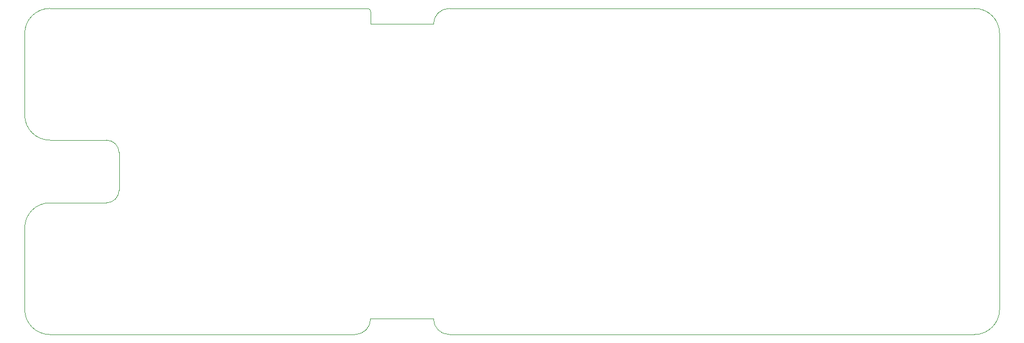
<source format=gm1>
G04 #@! TF.GenerationSoftware,KiCad,Pcbnew,7.0.5-4d25ed1034~172~ubuntu22.04.1*
G04 #@! TF.CreationDate,2023-05-31T11:26:29+02:00*
G04 #@! TF.ProjectId,Drawer_Controller,44726177-6572-45f4-936f-6e74726f6c6c,rev?*
G04 #@! TF.SameCoordinates,Original*
G04 #@! TF.FileFunction,Profile,NP*
%FSLAX46Y46*%
G04 Gerber Fmt 4.6, Leading zero omitted, Abs format (unit mm)*
G04 Created by KiCad (PCBNEW 7.0.5-4d25ed1034~172~ubuntu22.04.1) date 2023-05-31 11:26:29*
%MOMM*%
%LPD*%
G01*
G04 APERTURE LIST*
G04 #@! TA.AperFunction,Profile*
%ADD10C,0.100000*%
G04 #@! TD*
G04 APERTURE END LIST*
D10*
X185500000Y-97000000D02*
G75*
G03*
X183000000Y-99500000I0J-2500000D01*
G01*
X178000000Y-99500000D02*
X183000000Y-99500000D01*
X178000000Y-99500000D02*
X173000000Y-99500000D01*
X122000000Y-97000000D02*
G75*
G03*
X118000000Y-101000000I0J-4000000D01*
G01*
X118000000Y-114000000D02*
X118000000Y-101000000D01*
X118000000Y-145000000D02*
X118000000Y-132000000D01*
X269000000Y-149000000D02*
G75*
G03*
X273000000Y-145000000I0J4000000D01*
G01*
X133000000Y-126000000D02*
X133000000Y-120000000D01*
X170500000Y-97000000D02*
X172500000Y-97000000D01*
X178000000Y-146500000D02*
X183000000Y-146500000D01*
X173000000Y-99500000D02*
X173000000Y-97500000D01*
X122000000Y-128000000D02*
G75*
G03*
X118000000Y-132000000I0J-4000000D01*
G01*
X185500000Y-149000000D02*
X269000000Y-149000000D01*
X170500000Y-97000000D02*
X122000000Y-97000000D01*
X118000000Y-114000000D02*
G75*
G03*
X122000000Y-118000000I4000000J0D01*
G01*
X131000000Y-118000000D02*
X122000000Y-118000000D01*
X131000000Y-128000000D02*
G75*
G03*
X133000000Y-126000000I0J2000000D01*
G01*
X122000000Y-128000000D02*
X131000000Y-128000000D01*
X170500000Y-149000000D02*
G75*
G03*
X173000000Y-146500000I0J2500000D01*
G01*
X273000000Y-101000000D02*
G75*
G03*
X269000000Y-97000000I-4000000J0D01*
G01*
X173000000Y-97500000D02*
G75*
G03*
X172500000Y-97000000I-500000J0D01*
G01*
X170500000Y-149000000D02*
X122000000Y-149000000D01*
X273000000Y-145000000D02*
X273000000Y-101000000D01*
X118000000Y-145000000D02*
G75*
G03*
X122000000Y-149000000I4000000J0D01*
G01*
X178000000Y-146500000D02*
X173000000Y-146500000D01*
X183000000Y-146500000D02*
G75*
G03*
X185500000Y-149000000I2500000J0D01*
G01*
X133000000Y-120000000D02*
G75*
G03*
X131000000Y-118000000I-2000000J0D01*
G01*
X185500000Y-97000000D02*
X269000000Y-97000000D01*
M02*

</source>
